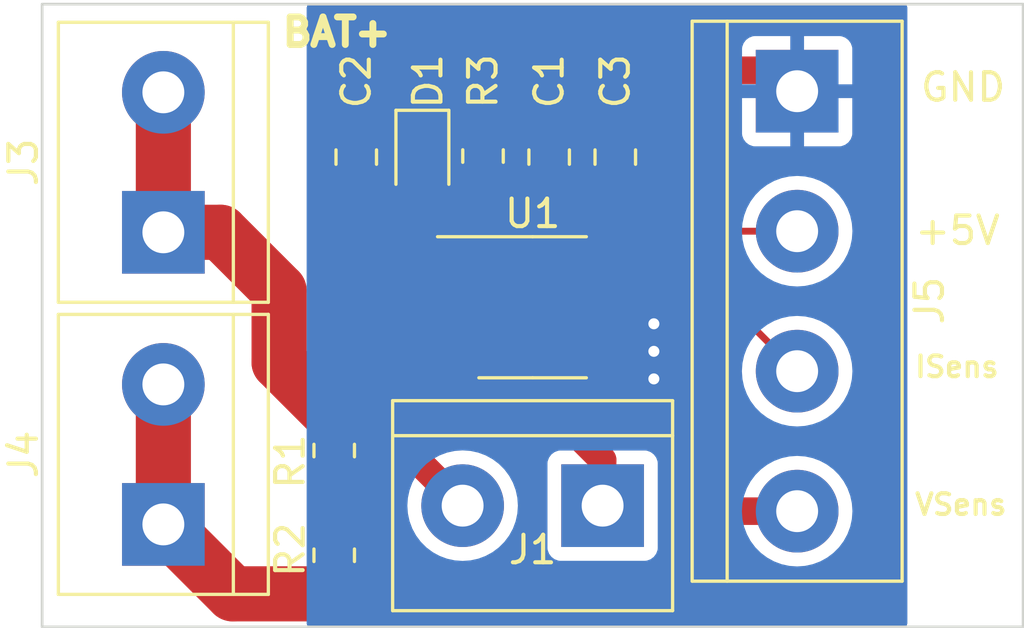
<source format=kicad_pcb>
(kicad_pcb (version 20221018) (generator pcbnew)
  (layers (0 "F.Cu" signal) (31 "B.Cu" signal) (34 "B.Paste" user) (35 "F.Paste" user) (36 "B.SilkS" user "B.Silkscreen") (37 "F.SilkS" user "F.Silkscreen") (38 "B.Mask" user) (39 "F.Mask" user) (44 "Edge.Cuts" user))
  (net 0 "")
  (net 1 "GND")
  (net 2 "Net-(D1-A)")
  (net 3 "IN-")
  (net 4 "IN+")
  (net 5 "Battery(-)")
  (net 6 "+5V")
  (net 7 "VIOUT")
  (net 8 "Vsens")
  (net 9 "Battery(+)")
  (net 10 "Net-(U1-FILTER)")
  (footprint "TerminalBlock:TerminalBlock_bornier-2_P5.08mm" (layer "F.Cu") (at 95.8 89.48 90)
    (fp_text reference "J3" (at 2.54 -5.08 90) (layer "F.SilkS"))
    (fp_text value "BAT+")
    (fp_line (start -2.54 -3.81) (end -2.54 3.81) (stroke (width 0.12)) (layer "F.SilkS"))
    (fp_line (start -2.54 3.81) (end 7.62 3.81) (stroke (width 0.12)) (layer "F.SilkS"))
    (fp_line (start 7.62 -3.81) (end -2.54 -3.81) (stroke (width 0.12)) (layer "F.SilkS"))
    (fp_line (start 7.62 2.54) (end -2.54 2.54) (stroke (width 0.12)) (layer "F.SilkS"))
    (fp_line (start 7.62 3.81) (end 7.62 -3.81) (stroke (width 0.12)) (layer "F.SilkS"))
    (pad "1" thru_hole rect (at 0 0 90) (size 3 3) (drill 1.52) (layers "*.Cu" "*.Mask") (net 9 "Battery(+)"))
    (pad "2" thru_hole circle (at 5.08 0 90) (size 3 3) (drill 1.52) (layers "*.Cu" "*.Mask") (net 9 "Battery(+)"))
  )
  (footprint "Capacitor_SMD:C_0805_2012Metric" (layer "F.Cu") (at 112.2 86.75 90)
    (fp_text reference "C3" (at 2.75 0 90) (layer "F.SilkS"))
    (fp_text value "1uF")
    (fp_line (start -0.261252 -0.735) (end 0.261252 -0.735) (stroke (width 0.12)) (layer "F.SilkS"))
    (fp_line (start -0.261252 0.735) (end 0.261252 0.735) (stroke (width 0.12)) (layer "F.SilkS"))
    (pad "1" smd roundrect (at -0.95 0 90) (size 1 1.45) (layers "F.Cu" "F.Paste" "F.Mask") (net 6 "+5V"))
    (pad "2" smd roundrect (at 0.95 0 90) (size 1 1.45) (layers "F.Cu" "F.Paste" "F.Mask") (net 1 "GND"))
  )
  (footprint "Capacitor_SMD:C_0805_2012Metric" (layer "F.Cu") (at 109.8 86.75 90)
    (fp_text reference "C1" (at 2.75 0 90) (layer "F.SilkS"))
    (fp_text value "100nF")
    (fp_line (start -0.261252 -0.735) (end 0.261252 -0.735) (stroke (width 0.12)) (layer "F.SilkS"))
    (fp_line (start -0.261252 0.735) (end 0.261252 0.735) (stroke (width 0.12)) (layer "F.SilkS"))
    (pad "1" smd roundrect (at -0.95 0 90) (size 1 1.45) (layers "F.Cu" "F.Paste" "F.Mask") (net 6 "+5V"))
    (pad "2" smd roundrect (at 0.95 0 90) (size 1 1.45) (layers "F.Cu" "F.Paste" "F.Mask") (net 1 "GND"))
  )
  (footprint "LED_SMD:LED_0805_2012Metric" (layer "F.Cu") (at 105.2 86.7375 -90)
    (fp_text reference "D1" (at -2.7375 -0.2 90) (layer "F.SilkS"))
    (fp_text value "LED")
    (fp_line (start -1.685 -0.96) (end -1.685 0.96) (stroke (width 0.12)) (layer "F.SilkS"))
    (fp_line (start -1.685 0.96) (end 1 0.96) (stroke (width 0.12)) (layer "F.SilkS"))
    (fp_line (start 1 -0.96) (end -1.685 -0.96) (stroke (width 0.12)) (layer "F.SilkS"))
    (pad "1" smd roundrect (at -0.9375 0 270) (size 0.975 1.4) (layers "F.Cu" "F.Paste" "F.Mask") (net 1 "GND"))
    (pad "2" smd roundrect (at 0.9375 0 270) (size 0.975 1.4) (layers "F.Cu" "F.Paste" "F.Mask") (net 2 "Net-(D1-A)"))
  )
  (footprint "Capacitor_SMD:C_0805_2012Metric" (layer "F.Cu") (at 102.8 86.75 90)
    (fp_text reference "C2" (at 2.75 0 90) (layer "F.SilkS"))
    (fp_text value "C")
    (fp_line (start -0.261252 -0.735) (end 0.261252 -0.735) (stroke (width 0.12)) (layer "F.SilkS"))
    (fp_line (start -0.261252 0.735) (end 0.261252 0.735) (stroke (width 0.12)) (layer "F.SilkS"))
    (pad "1" smd roundrect (at -0.95 0 90) (size 1 1.45) (layers "F.Cu" "F.Paste" "F.Mask") (net 10 "Net-(U1-FILTER)"))
    (pad "2" smd roundrect (at 0.95 0 90) (size 1 1.45) (layers "F.Cu" "F.Paste" "F.Mask") (net 1 "GND"))
  )
  (footprint "Package_SO:SOIC-8_3.9x4.9mm_P1.27mm" (layer "F.Cu") (at 109.2 92.2)
    (fp_text reference "U1" (at 0 -3.4) (layer "F.SilkS"))
    (fp_text value "ACS712ELCTR-20A-T_NRND")
    (fp_line (start 0 -2.56) (end -3.45 -2.56) (stroke (width 0.12)) (layer "F.SilkS"))
    (fp_line (start 0 -2.56) (end 1.95 -2.56) (stroke (width 0.12)) (layer "F.SilkS"))
    (fp_line (start 0 2.56) (end -1.95 2.56) (stroke (width 0.12)) (layer "F.SilkS"))
    (fp_line (start 0 2.56) (end 1.95 2.56) (stroke (width 0.12)) (layer "F.SilkS"))
    (pad "1" smd roundrect (at -2.475 -1.905) (size 1.95 0.6) (layers "F.Cu" "F.Paste" "F.Mask") (net 4 "IN+"))
    (pad "2" smd roundrect (at -2.475 -0.635) (size 1.95 0.6) (layers "F.Cu" "F.Paste" "F.Mask") (net 4 "IN+"))
    (pad "3" smd roundrect (at -2.475 0.635) (size 1.95 0.6) (layers "F.Cu" "F.Paste" "F.Mask") (net 3 "IN-"))
    (pad "4" smd roundrect (at -2.475 1.905) (size 1.95 0.6) (layers "F.Cu" "F.Paste" "F.Mask") (net 3 "IN-"))
    (pad "5" smd roundrect (at 2.475 1.905) (size 1.95 0.6) (layers "F.Cu" "F.Paste" "F.Mask") (net 1 "GND"))
    (pad "6" smd roundrect (at 2.475 0.635) (size 1.95 0.6) (layers "F.Cu" "F.Paste" "F.Mask") (net 10 "Net-(U1-FILTER)"))
    (pad "7" smd roundrect (at 2.475 -0.635) (size 1.95 0.6) (layers "F.Cu" "F.Paste" "F.Mask") (net 7 "VIOUT"))
    (pad "8" smd roundrect (at 2.475 -1.905) (size 1.95 0.6) (layers "F.Cu" "F.Paste" "F.Mask") (net 6 "+5V"))
  )
  (footprint "TerminalBlock:TerminalBlock_bornier-4_P5.08mm" (layer "F.Cu") (at 118.8 84.36 -90)
    (fp_text reference "J5" (at 7.6 -4.8 90) (layer "F.SilkS"))
    (fp_text value "Screw_Terminal_01x04")
    (fp_line (start -2.54 -3.81) (end -2.54 3.81) (stroke (width 0.12)) (layer "F.SilkS"))
    (fp_line (start -2.54 -3.81) (end 17.78 -3.81) (stroke (width 0.12)) (layer "F.SilkS"))
    (fp_line (start -2.54 3.81) (end 17.78 3.81) (stroke (width 0.12)) (layer "F.SilkS"))
    (fp_line (start 17.78 2.54) (end -2.54 2.54) (stroke (width 0.12)) (layer "F.SilkS"))
    (fp_line (start 17.78 3.81) (end 17.78 -3.81) (stroke (width 0.12)) (layer "F.SilkS"))
    (pad "1" thru_hole rect (at 0 0 270) (size 3 3) (drill 1.52) (layers "*.Cu" "*.Mask") (net 1 "GND"))
    (pad "2" thru_hole circle (at 5.08 0 270) (size 3 3) (drill 1.52) (layers "*.Cu" "*.Mask") (net 6 "+5V"))
    (pad "3" thru_hole circle (at 10.16 0 270) (size 3 3) (drill 1.52) (layers "*.Cu" "*.Mask") (net 7 "VIOUT"))
    (pad "4" thru_hole circle (at 15.24 0 270) (size 3 3) (drill 1.52) (layers "*.Cu" "*.Mask") (net 8 "Vsens"))
  )
  (footprint "Resistor_SMD:R_0805_2012Metric" (layer "F.Cu") (at 102 101.2 -90)
    (fp_text reference "R2" (at -0.2 1.6 90) (layer "F.SilkS"))
    (fp_text value "10K")
    (fp_line (start -0.227064 -0.735) (end 0.227064 -0.735) (stroke (width 0.12)) (layer "F.SilkS"))
    (fp_line (start -0.227064 0.735) (end 0.227064 0.735) (stroke (width 0.12)) (layer "F.SilkS"))
    (pad "1" smd roundrect (at -0.9125 0 270) (size 1.025 1.4) (layers "F.Cu" "F.Paste" "F.Mask") (roundrect_rratio 0.243902) (net 8 "Vsens"))
    (pad "2" smd roundrect (at 0.9125 0 270) (size 1.025 1.4) (layers "F.Cu" "F.Paste" "F.Mask") (roundrect_rratio 0.243902) (net 5 "Battery(-)"))
  )
  (footprint "TerminalBlock:TerminalBlock_bornier-2_P5.08mm" (layer "F.Cu") (at 95.8 100.08 90)
    (fp_text reference "J4" (at 2.54 -5.08 90) (layer "F.SilkS"))
    (fp_text value "BAT-")
    (fp_line (start -2.54 -3.81) (end -2.54 3.81) (stroke (width 0.12)) (layer "F.SilkS"))
    (fp_line (start -2.54 3.81) (end 7.62 3.81) (stroke (width 0.12)) (layer "F.SilkS"))
    (fp_line (start 7.62 -3.81) (end -2.54 -3.81) (stroke (width 0.12)) (layer "F.SilkS"))
    (fp_line (start 7.62 2.54) (end -2.54 2.54) (stroke (width 0.12)) (layer "F.SilkS"))
    (fp_line (start 7.62 3.81) (end 7.62 -3.81) (stroke (width 0.12)) (layer "F.SilkS"))
    (pad "1" thru_hole rect (at 0 0 90) (size 3 3) (drill 1.52) (layers "*.Cu" "*.Mask") (net 5 "Battery(-)"))
    (pad "2" thru_hole circle (at 5.08 0 90) (size 3 3) (drill 1.52) (layers "*.Cu" "*.Mask") (net 5 "Battery(-)"))
  )
  (footprint "Resistor_SMD:R_0805_2012Metric" (layer "F.Cu") (at 102 97.4 -90)
    (fp_text reference "R1" (at 0.4 1.6 90) (layer "F.SilkS"))
    (fp_text value "200K")
    (fp_line (start -0.227064 -0.735) (end 0.227064 -0.735) (stroke (width 0.12)) (layer "F.SilkS"))
    (fp_line (start -0.227064 0.735) (end 0.227064 0.735) (stroke (width 0.12)) (layer "F.SilkS"))
    (pad "1" smd roundrect (at -0.9125 0 270) (size 1.025 1.4) (layers "F.Cu" "F.Paste" "F.Mask") (roundrect_rratio 0.243902) (net 9 "Battery(+)"))
    (pad "2" smd roundrect (at 0.9125 0 270) (size 1.025 1.4) (layers "F.Cu" "F.Paste" "F.Mask") (roundrect_rratio 0.243902) (net 8 "Vsens"))
  )
  (footprint "TerminalBlock:TerminalBlock_bornier-2_P5.08mm" (layer "F.Cu") (at 111.74 99.4 180)
    (fp_text reference "J1" (at 2.54 -1.6) (layer "F.SilkS"))
    (fp_text value "Current Sens")
    (fp_line (start -2.54 -3.81) (end -2.54 3.81) (stroke (width 0.12)) (layer "F.SilkS"))
    (fp_line (start -2.54 3.81) (end 7.62 3.81) (stroke (width 0.12)) (layer "F.SilkS"))
    (fp_line (start 7.62 -3.81) (end -2.54 -3.81) (stroke (width 0.12)) (layer "F.SilkS"))
    (fp_line (start 7.62 2.54) (end -2.54 2.54) (stroke (width 0.12)) (layer "F.SilkS"))
    (fp_line (start 7.62 3.81) (end 7.62 -3.81) (stroke (width 0.12)) (layer "F.SilkS"))
    (pad "1" thru_hole rect (at 0 0 180) (size 3 3) (drill 1.52) (layers "*.Cu" "*.Mask") (net 3 "IN-"))
    (pad "2" thru_hole circle (at 5.08 0 180) (size 3 3) (drill 1.52) (layers "*.Cu" "*.Mask") (net 4 "IN+"))
  )
  (footprint "Resistor_SMD:R_0805_2012Metric" (layer "F.Cu") (at 107.4 86.7125 90)
    (fp_text reference "R3" (at 2.7125 0 90) (layer "F.SilkS"))
    (fp_text value "1K")
    (fp_line (start -0.227064 -0.735) (end 0.227064 -0.735) (stroke (width 0.12)) (layer "F.SilkS"))
    (fp_line (start -0.227064 0.735) (end 0.227064 0.735) (stroke (width 0.12)) (layer "F.SilkS"))
    (pad "1" smd roundrect (at -0.9125 0 90) (size 1.025 1.4) (layers "F.Cu" "F.Paste" "F.Mask") (roundrect_rratio 0.243902) (net 6 "+5V"))
    (pad "2" smd roundrect (at 0.9125 0 90) (size 1.025 1.4) (layers "F.Cu" "F.Paste" "F.Mask") (roundrect_rratio 0.243902) (net 2 "Net-(D1-A)"))
  )
  (gr_rect (start 91.4 81.2) (end 127 103.8) (stroke (width 0.1)) (fill none) (layer "Edge.Cuts"))
  (gr_text "ISens" (at 123 94.8) (layer "F.SilkS") (effects (font (size 0.75 0.75)) (justify left bottom)))
  (gr_text "GND" (at 123.2 84.8) (layer "F.SilkS") (effects (font (size 1 1)) (justify left bottom)))
  (gr_text "+5V" (at 123 90) (layer "F.SilkS") (effects (font (size 1 1)) (justify left bottom)))
  (gr_text "BAT+" (at 100 82.8) (layer "F.SilkS") (effects (font (size 1 1) (thickness 0.25) bold) (justify left bottom)))
  (gr_text "VSens" (at 123 99.8) (layer "F.SilkS") (effects (font (size 0.75 0.75)) (justify left bottom)))
  (segment (start 111.675 94.105) (end 113.295 94.105) (width 0.25) (layer "F.Cu") (net 1))
  (segment (start 118.8 84.36) (end 118.04 83.6) (width 1) (layer "F.Cu") (net 1))
  (segment (start 105.2 85.8) (end 105.2 83.6) (width 0.25) (layer "F.Cu") (net 1))
  (segment (start 113.295 94.105) (end 113.6 93.8) (width 0.25) (layer "F.Cu") (net 1))
  (segment (start 102.84 84.36) (end 102.8 84.4) (width 0.25) (layer "F.Cu") (net 1))
  (segment (start 112.2 85.8) (end 112.2 83.6) (width 0.25) (layer "F.Cu") (net 1))
  (segment (start 102.8 84.4) (end 102.8 85.8) (width 0.25) (layer "F.Cu") (net 1))
  (segment (start 113.6 92.8) (end 113.6 94.8) (width 0.25) (layer "F.Cu") (net 1))
  (segment (start 109.8 85.8) (end 109.8 83.6) (width 0.25) (layer "F.Cu") (net 1))
  (segment (start 118.04 83.6) (end 103.6 83.6) (width 1) (layer "F.Cu") (net 1))
  (segment (start 103.6 83.6) (end 102.84 84.36) (width 1) (layer "F.Cu") (net 1))
  (via (at 113.6 93.8) (size 0.8) (drill 0.4) (layers "F.Cu" "B.Cu") (net 1))
  (via (at 113.6 94.8) (size 0.8) (drill 0.4) (layers "F.Cu" "B.Cu") (net 1))
  (via (at 113.6 92.8) (size 0.8) (drill 0.4) (layers "F.Cu" "B.Cu") (net 1))
  (segment (start 107.4 85.8) (end 106.8 85.8) (width 0.25) (layer "F.Cu") (net 2))
  (segment (start 105.2 87.4) (end 105.2 87.675) (width 0.25) (layer "F.Cu") (net 2))
  (segment (start 106.8 85.8) (end 105.2 87.4) (width 0.25) (layer "F.Cu") (net 2))
  (segment (start 111.74 99.12) (end 111.74 97.74) (width 1) (layer "F.Cu") (net 3))
  (segment (start 108.105 94.105) (end 106.725 94.105) (width 1) (layer "F.Cu") (net 3))
  (segment (start 111.74 97.74) (end 108.105 94.105) (width 1) (layer "F.Cu") (net 3))
  (segment (start 111.74 99.4) (end 111.74 99.12) (width 0.2) (layer "F.Cu") (net 3))
  (segment (start 106.725 94.105) (end 106.725 92.835) (width 1) (layer "F.Cu") (net 3))
  (segment (start 106.66 99.4) (end 104.2 96.94) (width 1) (layer "F.Cu") (net 4))
  (segment (start 104.705 90.295) (end 106.725 90.295) (width 1) (layer "F.Cu") (net 4))
  (segment (start 104.2 90.8) (end 104.705 90.295) (width 1) (layer "F.Cu") (net 4))
  (segment (start 104.2 96.94) (end 104.2 90.8) (width 1) (layer "F.Cu") (net 4))
  (segment (start 106.725 90.295) (end 106.725 91.565) (width 1) (layer "F.Cu") (net 4))
  (segment (start 102.4 102.6) (end 98.32 102.6) (width 2) (layer "F.Cu") (net 5))
  (segment (start 95.8 95) (end 95.8 100.08) (width 2) (layer "F.Cu") (net 5))
  (segment (start 98.32 102.6) (end 95.8 100.08) (width 2) (layer "F.Cu") (net 5))
  (segment (start 109.8 90) (end 110.095 90.295) (width 0.25) (layer "F.Cu") (net 6))
  (segment (start 115.04 89.44) (end 113.3 87.7) (width 0.25) (layer "F.Cu") (net 6))
  (segment (start 109.8 87.7) (end 107.475 87.7) (width 0.25) (layer "F.Cu") (net 6))
  (segment (start 110.095 90.295) (end 111.675 90.295) (width 0.25) (layer "F.Cu") (net 6))
  (segment (start 118.8 89.44) (end 115.04 89.44) (width 0.25) (layer "F.Cu") (net 6))
  (segment (start 113.3 87.7) (end 112.2 87.7) (width 0.25) (layer "F.Cu") (net 6))
  (segment (start 107.475 87.7) (end 107.4 87.625) (width 0.25) (layer "F.Cu") (net 6))
  (segment (start 112.2 87.7) (end 109.8 87.7) (width 0.25) (layer "F.Cu") (net 6))
  (segment (start 109.8 87.7) (end 109.8 90) (width 0.25) (layer "F.Cu") (net 6))
  (segment (start 115.845 91.565) (end 118.8 94.52) (width 0.25) (layer "F.Cu") (net 7))
  (segment (start 111.675 91.565) (end 115.845 91.565) (width 0.25) (layer "F.Cu") (net 7))
  (segment (start 105.8 102.4) (end 113.8 102.4) (width 1) (layer "F.Cu") (net 8))
  (segment (start 113.8 102.4) (end 116.6 99.6) (width 1) (layer "F.Cu") (net 8))
  (segment (start 102 98.3125) (end 102 100.2875) (width 1) (layer "F.Cu") (net 8))
  (segment (start 102.8 99.4) (end 105.8 102.4) (width 1) (layer "F.Cu") (net 8))
  (segment (start 116.6 99.6) (end 118.8 99.6) (width 1) (layer "F.Cu") (net 8))
  (segment (start 102 99.4) (end 102.8 99.4) (width 1) (layer "F.Cu") (net 8))
  (segment (start 95.8 84.4) (end 95.8 89.48) (width 2) (layer "F.Cu") (net 9))
  (segment (start 100 91.6) (end 97.88 89.48) (width 2) (layer "F.Cu") (net 9))
  (segment (start 97.88 89.48) (end 95.8 89.48) (width 2) (layer "F.Cu") (net 9))
  (segment (start 100 94.2) (end 100 91.6) (width 2) (layer "F.Cu") (net 9))
  (segment (start 101.8 96) (end 100 94.2) (width 2) (layer "F.Cu") (net 9))
  (segment (start 109.35 89.95) (end 109.35 92.75) (width 0.25) (layer "F.Cu") (net 10))
  (segment (start 102.8 87.7) (end 102.8 89) (width 0.25) (layer "F.Cu") (net 10))
  (segment (start 108.4 89) (end 109.35 89.95) (width 0.25) (layer "F.Cu") (net 10))
  (segment (start 102.8 89) (end 108.4 89) (width 0.25) (layer "F.Cu") (net 10))
  (segment (start 109.435 92.835) (end 111.675 92.835) (width 0.25) (layer "F.Cu") (net 10))
  (segment (start 109.35 92.75) (end 109.435 92.835) (width 0.25) (layer "F.Cu") (net 10))
  (zone (net 1) (net_name "GND") (layer "B.Cu") (connect_pads (clearance 0.5)) (min_thickness 0.25) (fill yes (thermal_gap 0.5) (thermal_bridge_width 0.5))
    (polygon (pts (xy 122.8 81.2) (xy 122.8 103.8) (xy 101 103.8) (xy 101 81.2)))
  )
)
</source>
